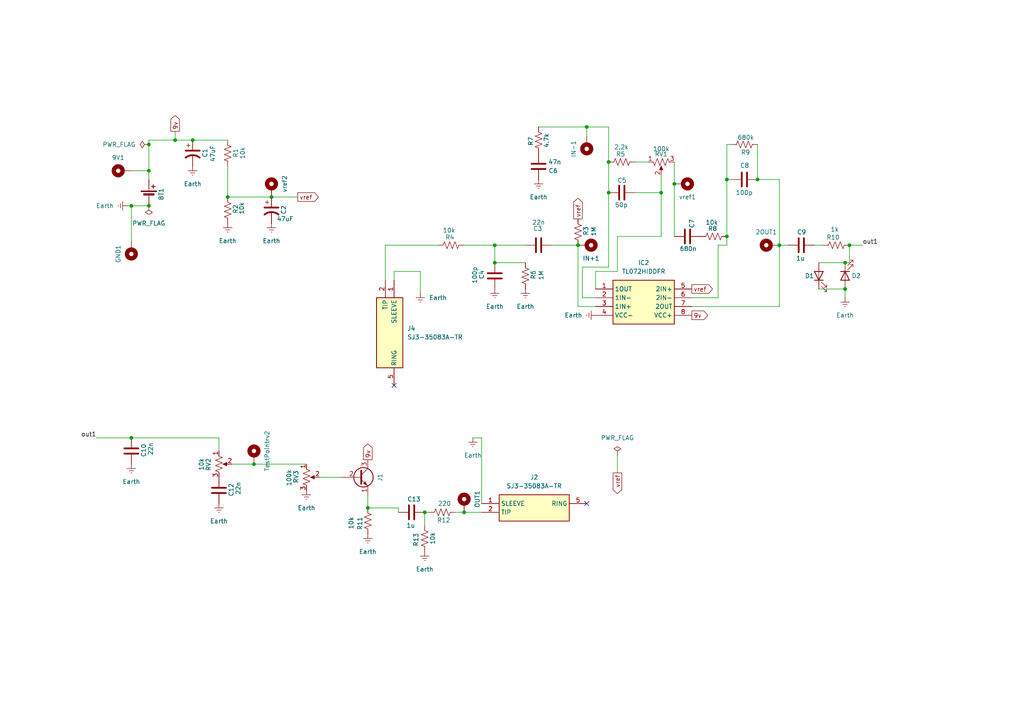
<source format=kicad_sch>
(kicad_sch (version 20231120) (generator "eeschema") (generator_version "8.0")
  (paper "A4")
  (lib_symbols
    (symbol "Device:Battery_Cell" (pin_numbers hide) (pin_names (offset 0) hide)
      (property "Reference" "BT" (at 2.54 2.54 0))
      (property "Value" "Battery_Cell" (at 2.54 0 0))
      (symbol "Battery_Cell_0_1"
        (rectangle (start -2.286 1.778) (end 2.286 1.524) (fill (type outline)))
        (rectangle (start -1.524 1.016) (end 1.524 0.508) (fill (type outline)))
        (polyline (pts (xy 0 0.762) (xy 0 0)))
        (polyline (pts (xy 0 1.778) (xy 0 2.54)))
        (polyline (pts (xy 0.762 3.048) (xy 1.778 3.048)) (stroke (width 0.254)))
        (polyline (pts (xy 1.27 3.556) (xy 1.27 2.54)) (stroke (width 0.254)))
      )
      (symbol "Battery_Cell_1_1"
        (pin passive line (at 0 5.08 270) (length 2.54) (name "+") (number "1"))
        (pin passive line (at 0 -2.54 90) (length 2.54) (name "-") (number "2"))
      )
    )
    (symbol "Device:C" (pin_numbers hide) (pin_names (offset 0.254))
      (property "Reference" "C" (at 0.635 2.54 0))
      (property "Value" "C" (at 0.635 -2.54 0))
      (symbol "C_0_1"
        (polyline (pts (xy -2.032 -0.762) (xy 2.032 -0.762)) (stroke (width 0.508)))
        (polyline (pts (xy -2.032 0.762) (xy 2.032 0.762)) (stroke (width 0.508)))
      )
      (symbol "C_1_1"
        (pin passive line (at 0 3.81 270) (length 2.794) (name "~") (number "1"))
        (pin passive line (at 0 -3.81 90) (length 2.794) (name "~") (number "2"))
      )
    )
    (symbol "Device:C_Polarized_US" (pin_numbers hide) (pin_names (offset 0.254) hide)
      (property "Reference" "C" (at 0.635 2.54 0))
      (property "Value" "C_Polarized_US" (at 0.635 -2.54 0))
      (symbol "C_Polarized_US_0_1"
        (polyline (pts (xy -2.032 0.762) (xy 2.032 0.762)) (stroke (width 0.508)))
        (polyline (pts (xy -1.778 2.286) (xy -0.762 2.286)))
        (polyline (pts (xy -1.27 1.778) (xy -1.27 2.794)))
        (arc (start 2.032 -1.27) (mid 0 -0.5572) (end -2.032 -1.27) (stroke (width 0.508)))
      )
      (symbol "C_Polarized_US_1_1"
        (pin passive line (at 0 3.81 270) (length 2.794) (name "~") (number "1"))
        (pin passive line (at 0 -3.81 90) (length 3.302) (name "~") (number "2"))
      )
    )
    (symbol "Device:LED" (pin_numbers hide) (pin_names (offset 1.016) hide)
      (property "Reference" "D" (at 0 2.54 0))
      (property "Value" "LED" (at 0 -2.54 0))
      (symbol "LED_0_1"
        (polyline (pts (xy -1.27 -1.27) (xy -1.27 1.27)) (stroke (width 0.254)))
        (polyline (pts (xy -1.27 0) (xy 1.27 0)))
        (polyline (pts (xy 1.27 -1.27) (xy 1.27 1.27) (xy -1.27 0) (xy 1.27 -1.27)) (stroke (width 0.254)))
        (polyline (pts (xy -3.048 -0.762) (xy -4.572 -2.286) (xy -3.81 -2.286) (xy -4.572 -2.286) (xy -4.572 -1.524)))
        (polyline (pts (xy -1.778 -0.762) (xy -3.302 -2.286) (xy -2.54 -2.286) (xy -3.302 -2.286) (xy -3.302 -1.524)))
      )
      (symbol "LED_1_1"
        (pin passive line (at -3.81 0 0) (length 2.54) (name "K") (number "1"))
        (pin passive line (at 3.81 0 180) (length 2.54) (name "A") (number "2"))
      )
    )
    (symbol "Device:R_Potentiometer_US" (pin_names (offset 1.016) hide)
      (property "Reference" "RV" (at -4.445 0 90))
      (property "Value" "R_Potentiometer_US" (at -2.54 0 90))
      (symbol "R_Potentiometer_US_0_1"
        (polyline (pts (xy 0 -2.286) (xy 0 -2.54)))
        (polyline (pts (xy 0 2.54) (xy 0 2.286)))
        (polyline (pts (xy 2.54 0) (xy 1.524 0)))
        (polyline (pts (xy 1.143 0) (xy 2.286 0.508) (xy 2.286 -0.508) (xy 1.143 0)) (fill (type outline)))
        (polyline (pts (xy 0 -0.762) (xy 1.016 -1.143) (xy 0 -1.524) (xy -1.016 -1.905) (xy 0 -2.286)))
        (polyline (pts (xy 0 0.762) (xy 1.016 0.381) (xy 0 0) (xy -1.016 -0.381) (xy 0 -0.762)))
        (polyline (pts (xy 0 2.286) (xy 1.016 1.905) (xy 0 1.524) (xy -1.016 1.143) (xy 0 0.762)))
      )
      (symbol "R_Potentiometer_US_1_1"
        (pin passive line (at 0 3.81 270) (length 1.27) (name "1") (number "1"))
        (pin passive line (at 3.81 0 180) (length 1.27) (name "2") (number "2"))
        (pin passive line (at 0 -3.81 90) (length 1.27) (name "3") (number "3"))
      )
    )
    (symbol "Device:R_US" (pin_numbers hide) (pin_names (offset 0))
      (property "Reference" "R" (at 2.54 0 90))
      (property "Value" "R_US" (at -2.54 0 90))
      (symbol "R_US_0_1"
        (polyline (pts (xy 0 -2.286) (xy 0 -2.54)))
        (polyline (pts (xy 0 2.286) (xy 0 2.54)))
        (polyline (pts (xy 0 -0.762) (xy 1.016 -1.143) (xy 0 -1.524) (xy -1.016 -1.905) (xy 0 -2.286)))
        (polyline (pts (xy 0 0.762) (xy 1.016 0.381) (xy 0 0) (xy -1.016 -0.381) (xy 0 -0.762)))
        (polyline (pts (xy 0 2.286) (xy 1.016 1.905) (xy 0 1.524) (xy -1.016 1.143) (xy 0 0.762)))
      )
      (symbol "R_US_1_1"
        (pin passive line (at 0 3.81 270) (length 1.27) (name "~") (number "1"))
        (pin passive line (at 0 -3.81 90) (length 1.27) (name "~") (number "2"))
      )
    )
    (symbol "Mechanical:MountingHole_Pad" (pin_numbers hide) (pin_names (offset 1.016) hide) (exclude_from_sim yes) (in_bom no)
      (property "Reference" "H" (at 0 6.35 0))
      (property "Value" "MountingHole_Pad" (at 0 4.445 0))
      (symbol "MountingHole_Pad_0_1"
        (circle (center 0 1.27) (radius 1.27) (stroke (width 1.27)))
      )
      (symbol "MountingHole_Pad_1_1"
        (pin input line (at 0 -2.54 90) (length 2.54) (name "1") (number "1"))
      )
    )
    (symbol "Transistor_BJT:BC107" (pin_names (offset 0) hide)
      (property "Reference" "Q" (at 5.08 1.905 0))
      (property "Value" "BC107" (at 5.08 0 0))
      (symbol "BC107_0_1"
        (polyline (pts (xy 0.635 0.635) (xy 2.54 2.54)))
        (polyline (pts (xy 0.635 -0.635) (xy 2.54 -2.54) (xy 2.54 -2.54)))
        (polyline (pts (xy 0.635 1.905) (xy 0.635 -1.905) (xy 0.635 -1.905)) (stroke (width 0.508)))
        (polyline (pts (xy 1.27 -1.778) (xy 1.778 -1.27) (xy 2.286 -2.286) (xy 1.27 -1.778) (xy 1.27 -1.778)) (fill (type outline)))
        (circle (center 1.27 0) (radius 2.8194) (stroke (width 0.254)))
      )
      (symbol "BC107_1_1"
        (pin passive line (at 2.54 -5.08 90) (length 2.54) (name "E") (number "1"))
        (pin input line (at -5.08 0 0) (length 5.715) (name "B") (number "2"))
        (pin passive line (at 2.54 5.08 270) (length 2.54) (name "C") (number "3"))
      )
    )
    (symbol "mouser_symbols:SJ3-35083A-TR"
      (property "Reference" "J" (at 26.67 7.62 0))
      (property "Value" "SJ3-35083A-TR" (at 26.67 5.08 0))
      (symbol "SJ3-35083A-TR_1_1"
        (rectangle (start 5.08 2.54) (end 25.4 -5.08) (stroke (width 0.254)) (fill (type background)))
        (pin passive line (at 0 0 0) (length 5.08) (name "SLEEVE") (number "1"))
        (pin passive line (at 0 -2.54 0) (length 5.08) (name "TIP") (number "2"))
        (pin passive line (at 30.48 0 180) (length 5.08) (name "RING") (number "5"))
      )
    )
    (symbol "newsymbols:TL072HIDDFR"
      (property "Reference" "IC" (at 24.13 7.62 0))
      (property "Value" "TL072HIDDFR" (at 24.13 5.08 0))
      (symbol "TL072HIDDFR_1_1"
        (rectangle (start 5.08 2.54) (end 22.86 -10.16) (stroke (width 0.254)) (fill (type background)))
        (pin passive line (at 0 0 0) (length 5.08) (name "1OUT") (number "1"))
        (pin passive line (at 0 -2.54 0) (length 5.08) (name "1IN-") (number "2"))
        (pin passive line (at 0 -5.08 0) (length 5.08) (name "1IN+") (number "3"))
        (pin passive line (at 0 -7.62 0) (length 5.08) (name "VCC-") (number "4"))
        (pin passive line (at 27.94 0 180) (length 5.08) (name "2IN+") (number "5"))
        (pin passive line (at 27.94 -2.54 180) (length 5.08) (name "2IN-") (number "6"))
        (pin passive line (at 27.94 -5.08 180) (length 5.08) (name "2OUT") (number "7"))
        (pin passive line (at 27.94 -7.62 180) (length 5.08) (name "VCC+") (number "8"))
      )
    )
    (symbol "power:Earth" (power) (pin_numbers hide) (pin_names (offset 0) hide)
      (property "Value" "Earth" (at 0 -3.81 0))
      (symbol "Earth_0_1"
        (polyline (pts (xy -0.635 -1.905) (xy 0.635 -1.905)))
        (polyline (pts (xy -0.127 -2.54) (xy 0.127 -2.54)))
        (polyline (pts (xy 0 -1.27) (xy 0 0)))
        (polyline (pts (xy 1.27 -1.27) (xy -1.27 -1.27)))
      )
      (symbol "Earth_1_1"
        (pin power_in line (at 0 0 270) (length 0) (name "~") (number "1"))
      )
    )
    (symbol "power:PWR_FLAG" (power) (pin_numbers hide) (pin_names (offset 0) hide)
      (property "Value" "PWR_FLAG" (at 0 3.81 0))
      (symbol "PWR_FLAG_0_0"
        (pin power_out line (at 0 0 90) (length 0) (name "~") (number "1"))
      )
      (symbol "PWR_FLAG_0_1"
        (polyline (pts (xy 0 0) (xy 0 1.27) (xy -1.016 1.905) (xy 0 2.54) (xy 1.016 1.905) (xy 0 1.27)))
      )
    )
  )
  (junction (at 106.68 147.32))
  (junction (at 210.82 68.58))
  (junction (at 55.88 40.64))
  (junction (at 246.38 71.12))
  (junction (at 219.71 52.07))
  (junction (at 38.1 59.69))
  (junction (at 78.74 57.15))
  (junction (at 245.11 83.82))
  (junction (at 50.8 40.64))
  (junction (at 176.53 46.99))
  (junction (at 43.18 41.91))
  (junction (at 38.1 127))
  (junction (at 43.18 59.69))
  (junction (at 143.51 71.12))
  (junction (at 134.62 148.59))
  (junction (at 66.04 57.15))
  (junction (at 195.58 53.34))
  (junction (at 226.06 71.12))
  (junction (at 123.19 148.59))
  (junction (at 176.53 55.88))
  (junction (at 43.18 49.53))
  (junction (at 73.66 134.62))
  (junction (at 143.51 76.2))
  (junction (at 191.77 55.88))
  (junction (at 167.64 71.12))
  (junction (at 245.11 76.2))
  (junction (at 210.82 52.07))
  (junction (at 170.18 36.83))
  (no_connect (at 170.18 146.05))
  (no_connect (at 114.3 111.76))
  (wire (pts (xy 156.21 36.83) (xy 170.18 36.83)))
  (wire (pts (xy 27.94 127) (xy 38.1 127)))
  (wire (pts (xy 123.19 148.59) (xy 124.46 148.59)))
  (wire (pts (xy 143.51 76.2) (xy 152.4 76.2)))
  (wire (pts (xy 184.15 55.88) (xy 191.77 55.88)))
  (wire (pts (xy 176.53 46.99) (xy 176.53 55.88)))
  (wire (pts (xy 191.77 55.88) (xy 191.77 68.58)))
  (wire (pts (xy 88.9 134.62) (xy 73.66 134.62)))
  (wire (pts (xy 245.11 86.36) (xy 245.11 83.82)))
  (wire (pts (xy 123.19 148.59) (xy 123.19 152.4)))
  (wire (pts (xy 172.72 83.82) (xy 172.72 78.74)))
  (wire (pts (xy 121.92 78.74) (xy 121.92 85.09)))
  (wire (pts (xy 111.76 71.12) (xy 127 71.12)))
  (wire (pts (xy 106.68 143.51) (xy 106.68 147.32)))
  (wire (pts (xy 43.18 41.91) (xy 43.18 49.53)))
  (wire (pts (xy 114.3 78.74) (xy 121.92 78.74)))
  (wire (pts (xy 246.38 71.12) (xy 250.19 71.12)))
  (wire (pts (xy 78.74 57.15) (xy 86.36 57.15)))
  (wire (pts (xy 132.08 148.59) (xy 134.62 148.59)))
  (wire (pts (xy 36.83 59.69) (xy 38.1 59.69)))
  (wire (pts (xy 160.02 71.12) (xy 167.64 71.12)))
  (wire (pts (xy 210.82 41.91) (xy 212.09 41.91)))
  (wire (pts (xy 134.62 71.12) (xy 143.51 71.12)))
  (wire (pts (xy 176.53 55.88) (xy 176.53 77.47)))
  (wire (pts (xy 50.8 40.64) (xy 55.88 40.64)))
  (wire (pts (xy 168.91 86.36) (xy 172.72 86.36)))
  (wire (pts (xy 63.5 127) (xy 63.5 130.81)))
  (wire (pts (xy 226.06 71.12) (xy 226.06 88.9)))
  (wire (pts (xy 137.16 127) (xy 139.7 127)))
  (wire (pts (xy 55.88 40.64) (xy 66.04 40.64)))
  (wire (pts (xy 50.8 38.1) (xy 50.8 40.64)))
  (wire (pts (xy 66.04 57.15) (xy 78.74 57.15)))
  (wire (pts (xy 167.64 71.12) (xy 167.64 88.9)))
  (wire (pts (xy 43.18 40.64) (xy 50.8 40.64)))
  (wire (pts (xy 111.76 71.12) (xy 111.76 81.28)))
  (wire (pts (xy 226.06 88.9) (xy 200.66 88.9)))
  (wire (pts (xy 210.82 52.07) (xy 212.09 52.07)))
  (wire (pts (xy 66.04 48.26) (xy 66.04 57.15)))
  (wire (pts (xy 38.1 49.53) (xy 43.18 49.53)))
  (wire (pts (xy 208.28 71.12) (xy 210.82 71.12)))
  (wire (pts (xy 43.18 49.53) (xy 43.18 52.07)))
  (wire (pts (xy 38.1 59.69) (xy 38.1 69.85)))
  (wire (pts (xy 226.06 71.12) (xy 226.06 52.07)))
  (wire (pts (xy 179.07 132.08) (xy 179.07 137.16)))
  (wire (pts (xy 210.82 52.07) (xy 210.82 41.91)))
  (wire (pts (xy 226.06 71.12) (xy 228.6 71.12)))
  (wire (pts (xy 115.57 147.32) (xy 115.57 148.59)))
  (wire (pts (xy 167.64 88.9) (xy 172.72 88.9)))
  (wire (pts (xy 208.28 86.36) (xy 208.28 71.12)))
  (wire (pts (xy 143.51 71.12) (xy 152.4 71.12)))
  (wire (pts (xy 176.53 36.83) (xy 176.53 46.99)))
  (wire (pts (xy 210.82 68.58) (xy 210.82 52.07)))
  (wire (pts (xy 195.58 46.99) (xy 195.58 53.34)))
  (wire (pts (xy 237.49 83.82) (xy 245.11 83.82)))
  (wire (pts (xy 210.82 71.12) (xy 210.82 68.58)))
  (wire (pts (xy 191.77 55.88) (xy 191.77 50.8)))
  (wire (pts (xy 179.07 78.74) (xy 179.07 68.58)))
  (wire (pts (xy 92.71 138.43) (xy 99.06 138.43)))
  (wire (pts (xy 200.66 86.36) (xy 208.28 86.36)))
  (wire (pts (xy 170.18 39.37) (xy 170.18 36.83)))
  (wire (pts (xy 246.38 71.12) (xy 246.38 76.2)))
  (wire (pts (xy 236.22 71.12) (xy 238.76 71.12)))
  (wire (pts (xy 38.1 127) (xy 63.5 127)))
  (wire (pts (xy 226.06 52.07) (xy 219.71 52.07)))
  (wire (pts (xy 179.07 68.58) (xy 191.77 68.58)))
  (wire (pts (xy 73.66 134.62) (xy 67.31 134.62)))
  (wire (pts (xy 38.1 59.69) (xy 43.18 59.69)))
  (wire (pts (xy 114.3 78.74) (xy 114.3 81.28)))
  (wire (pts (xy 219.71 41.91) (xy 219.71 52.07)))
  (wire (pts (xy 106.68 147.32) (xy 115.57 147.32)))
  (wire (pts (xy 43.18 41.91) (xy 43.18 40.64)))
  (wire (pts (xy 170.18 36.83) (xy 176.53 36.83)))
  (wire (pts (xy 245.11 76.2) (xy 246.38 76.2)))
  (wire (pts (xy 143.51 71.12) (xy 143.51 76.2)))
  (wire (pts (xy 172.72 78.74) (xy 179.07 78.74)))
  (wire (pts (xy 168.91 77.47) (xy 168.91 86.36)))
  (wire (pts (xy 176.53 77.47) (xy 168.91 77.47)))
  (wire (pts (xy 195.58 53.34) (xy 195.58 68.58)))
  (wire (pts (xy 139.7 127) (xy 139.7 146.05)))
  (wire (pts (xy 237.49 76.2) (xy 245.11 76.2)))
  (wire (pts (xy 134.62 148.59) (xy 139.7 148.59)))
  (wire (pts (xy 187.96 46.99) (xy 184.15 46.99)))
  (label "out1" (at 27.94 127 180))
  (label "out1" (at 250.19 71.12 0))
  (global_label "vref" (shape output) (at 200.66 83.82 0) (property "Intersheetrefs" "${INTERSHEET_REFS}" (effects (hide yes))))
  (global_label "vref" (shape output) (at 179.07 137.16 270) (property "Intersheetrefs" "${INTERSHEET_REFS}" (effects (hide yes))))
  (global_label "9v" (shape output) (at 200.66 91.44 0) (property "Intersheetrefs" "${INTERSHEET_REFS}" (effects (hide yes))))
  (global_label "vref" (shape output) (at 86.36 57.15 0) (property "Intersheetrefs" "${INTERSHEET_REFS}" (effects (hide yes))))
  (global_label "vref" (shape output) (at 167.64 63.5 90) (property "Intersheetrefs" "${INTERSHEET_REFS}" (effects (hide yes))))
  (global_label "9v" (shape output) (at 50.8 38.1 90) (property "Intersheetrefs" "${INTERSHEET_REFS}" (effects (hide yes))))
  (global_label "9v" (shape output) (at 106.68 133.35 90) (property "Intersheetrefs" "${INTERSHEET_REFS}" (effects (hide yes))))
  (symbol (lib_id "mouser_symbols:SJ3-35083A-TR") (at 114.3 81.28 270) (unit 1)
    (property "Reference" "J4" (at 118.11 95.2499 90) (effects (justify left)))
    (property "Value" "SJ3-35083A-TR" (at 118.11 97.7899 90) (effects (justify left)))
    (property "Footprint" "Library:SJ335083ATR-SMALL" (effects (hide yes)))
    (property "Datasheet" "https://www.sameskydevices.com/product/resource/supplyframepdf/sj3-3508x.pdf" (effects (hide yes)))
    (property "Description" "3.5 mm Stereo Jack, Through Hole, 3 Conductors, 0 Internal Switches,  Tape & Reel Packaging" (effects (hide yes)))
    (property "Height" "5.3" (effects (hide yes)))
    (property "Mouser Part Number" "179-SJ3-35083A-TR" (effects (hide yes)))
    (property "Mouser Price/Stock" "https://www.mouser.co.uk/ProductDetail/Same-Sky/SJ3-35083A-TR?qs=IKkN%2F947nfAXbylC140wLg%3D%3D" (effects (hide yes)))
    (property "Manufacturer_Name" "Same Sky" (effects (hide yes)))
    (property "Manufacturer_Part_Number" "SJ3-35083A-TR" (effects (hide yes)))
  )
  (symbol (lib_id "Mechanical:MountingHole_Pad") (at 223.52 71.12 90) (unit 1) (exclude_from_sim yes) (in_bom no)
    (property "Reference" "2OUT1" (at 222.25 67.31 90))
    (property "Value" "MountingHole_Pad" (effects (hide yes)))
    (property "Footprint" "TestPoint:TestPoint_Pad_1.0x1.0mm" (effects (hide yes)))
    (property "Description" "Mounting Hole with connection" (effects (hide yes)))
  )
  (symbol (lib_id "Mechanical:MountingHole_Pad") (at 170.18 41.91 180) (unit 1) (exclude_from_sim yes) (in_bom no)
    (property "Reference" "IN-1" (at 166.37 43.18 90))
    (property "Value" "MountingHole_Pad" (effects (hide yes)))
    (property "Footprint" "TestPoint:TestPoint_Pad_1.0x1.0mm" (effects (hide yes)))
    (property "Description" "Mounting Hole with connection" (effects (hide yes)))
  )
  (symbol (lib_id "Device:LED") (at 237.49 80.01 90) (unit 1)
    (property "Reference" "D1" (at 233.426 80.01 90) (effects (justify right)))
    (property "Value" "LED" (effects (hide yes)))
    (property "Footprint" "Library:C4SMARGYCS4V1BB1" (effects (hide yes)))
    (property "Description" "941-C4SMARGYCS4V1BB1" (effects (hide yes)))
  )
  (symbol (lib_id "power:Earth") (at 55.88 48.26 0) (unit 1)
    (property "Reference" "#PWR02" (effects (hide yes)))
    (property "Value" "Earth" (at 55.88 53.34 0))
    (property "Description" "Power symbol creates a global label with name \"Earth\"" (effects (hide yes)))
  )
  (symbol (lib_id "Device:R_US") (at 128.27 148.59 270) (unit 1)
    (property "Reference" "R12" (at 126.746 150.876 90) (effects (justify left)))
    (property "Value" "220" (at 127 146.05 90) (effects (justify left)))
    (property "Footprint" "Resistor_SMD:R_0805_2012Metric_Pad1.20x1.40mm_HandSolder" (effects (hide yes)))
    (property "Description" "Resistor, US symbol" (effects (hide yes)))
  )
  (symbol (lib_id "Device:R_US") (at 156.21 40.64 180) (unit 1)
    (property "Reference" "R7" (at 153.924 39.624 90) (effects (justify left)))
    (property "Value" "4.7k" (at 158.496 38.608 90) (effects (justify left)))
    (property "Footprint" "Resistor_SMD:R_0805_2012Metric_Pad1.20x1.40mm_HandSolder" (effects (hide yes)))
    (property "Description" "Resistor, US symbol" (effects (hide yes)))
  )
  (symbol (lib_id "Device:R_US") (at 123.19 156.21 0) (unit 1)
    (property "Reference" "R13" (at 120.65 158.496 90) (effects (justify left)))
    (property "Value" "10k" (at 125.476 157.988 90) (effects (justify left)))
    (property "Footprint" "Resistor_SMD:R_0805_2012Metric_Pad1.20x1.40mm_HandSolder" (effects (hide yes)))
    (property "Description" "Resistor, US symbol" (effects (hide yes)))
  )
  (symbol (lib_id "power:PWR_FLAG") (at 43.18 41.91 90) (unit 1)
    (property "Reference" "#FLG04" (effects (hide yes)))
    (property "Value" "PWR_FLAG" (at 39.37 41.9099 90) (effects (justify left)))
    (property "Description" "Special symbol for telling ERC where power comes from" (effects (hide yes)))
  )
  (symbol (lib_id "Device:R_US") (at 106.68 151.13 180) (unit 1)
    (property "Reference" "R11" (at 104.394 149.86 90) (effects (justify left)))
    (property "Value" "10k" (at 101.854 149.86 90) (effects (justify left)))
    (property "Footprint" "Resistor_SMD:R_0805_2012Metric_Pad1.20x1.40mm_HandSolder" (effects (hide yes)))
    (property "Description" "Resistor, US symbol" (effects (hide yes)))
  )
  (symbol (lib_id "Device:R_US") (at 130.81 71.12 90) (unit 1)
    (property "Reference" "R4" (at 131.826 68.834 90) (effects (justify left)))
    (property "Value" "10k" (at 132.08 66.802 90) (effects (justify left)))
    (property "Footprint" "Resistor_SMD:R_0805_2012Metric_Pad1.20x1.40mm_HandSolder" (effects (hide yes)))
    (property "Description" "Resistor, US symbol" (effects (hide yes)))
  )
  (symbol (lib_id "Device:R_US") (at 167.64 67.31 0) (unit 1)
    (property "Reference" "R3" (at 169.926 68.326 90) (effects (justify left)))
    (property "Value" "1M" (at 172.212 68.58 90) (effects (justify left)))
    (property "Footprint" "Resistor_SMD:R_0805_2012Metric_Pad1.20x1.40mm_HandSolder" (effects (hide yes)))
    (property "Description" "Resistor, US symbol" (effects (hide yes)))
  )
  (symbol (lib_id "Mechanical:MountingHole_Pad") (at 134.62 146.05 0) (unit 1) (exclude_from_sim yes) (in_bom no)
    (property "Reference" "OUT1" (at 138.43 144.78 90))
    (property "Value" "MountingHole_Pad" (effects (hide yes)))
    (property "Footprint" "TestPoint:TestPoint_Pad_1.0x1.0mm" (effects (hide yes)))
    (property "Description" "Mounting Hole with connection" (effects (hide yes)))
  )
  (symbol (lib_id "Mechanical:MountingHole_Pad") (at 73.66 132.08 0) (unit 1) (exclude_from_sim yes) (in_bom no)
    (property "Reference" "TestPointrv2" (at 77.47 130.81 90))
    (property "Value" "MountingHole_Pad" (effects (hide yes)))
    (property "Footprint" "TestPoint:TestPoint_Pad_1.0x1.0mm" (effects (hide yes)))
    (property "Description" "Mounting Hole with connection" (effects (hide yes)))
  )
  (symbol (lib_id "power:Earth") (at 152.4 83.82 0) (unit 1)
    (property "Reference" "#PWR013" (effects (hide yes)))
    (property "Value" "Earth" (at 152.4 88.9 0))
    (property "Description" "Power symbol creates a global label with name \"Earth\"" (effects (hide yes)))
  )
  (symbol (lib_id "power:Earth") (at 78.74 64.77 0) (unit 1)
    (property "Reference" "#PWR04" (effects (hide yes)))
    (property "Value" "Earth" (at 78.74 69.85 0))
    (property "Description" "Power symbol creates a global label with name \"Earth\"" (effects (hide yes)))
  )
  (symbol (lib_id "Device:R_Potentiometer_US") (at 191.77 46.99 90) (mirror x) (unit 1)
    (property "Reference" "RV1" (at 191.77 44.704 90))
    (property "Value" "100k" (at 191.77 43.18 90))
    (property "Footprint" "Library:51CADE24E20L-SMALL" (effects (hide yes)))
    (property "Description" "652-51CAD-E24-E20L" (effects (hide yes)))
  )
  (symbol (lib_id "Device:R_US") (at 152.4 80.01 0) (unit 1)
    (property "Reference" "R6" (at 154.686 81.026 90) (effects (justify left)))
    (property "Value" "1M" (at 156.972 81.28 90) (effects (justify left)))
    (property "Footprint" "Resistor_SMD:R_0805_2012Metric_Pad1.20x1.40mm_HandSolder" (effects (hide yes)))
    (property "Description" "Resistor, US symbol" (effects (hide yes)))
  )
  (symbol (lib_id "Device:C") (at 180.34 55.88 90) (unit 1)
    (property "Reference" "C5" (at 179.07 52.324 90) (effects (justify right)))
    (property "Value" "50p" (at 178.308 59.436 90) (effects (justify right)))
    (property "Footprint" "Capacitor_SMD:C_0201_0603Metric_Pad0.64x0.40mm_HandSolder" (effects (hide yes)))
    (property "Description" "581-06035A500JAT2A" (effects (hide yes)))
  )
  (symbol (lib_id "Device:R_US") (at 180.34 46.99 90) (unit 1)
    (property "Reference" "R5" (at 181.356 44.704 90) (effects (justify left)))
    (property "Value" "2.2k" (at 182.372 42.672 90) (effects (justify left)))
    (property "Footprint" "Resistor_SMD:R_0805_2012Metric_Pad1.20x1.40mm_HandSolder" (effects (hide yes)))
    (property "Description" "Resistor, US symbol" (effects (hide yes)))
  )
  (symbol (lib_id "power:Earth") (at 36.83 59.69 270) (unit 1)
    (property "Reference" "#PWR01" (effects (hide yes)))
    (property "Value" "Earth" (at 33.02 59.6899 90) (effects (justify right)))
    (property "Description" "Power symbol creates a global label with name \"Earth\"" (effects (hide yes)))
  )
  (symbol (lib_id "power:PWR_FLAG") (at 43.18 59.69 180) (unit 1)
    (property "Reference" "#FLG03" (effects (hide yes)))
    (property "Value" "PWR_FLAG" (at 43.18 64.77 0))
    (property "Description" "Special symbol for telling ERC where power comes from" (effects (hide yes)))
  )
  (symbol (lib_id "Device:C_Polarized_US") (at 55.88 44.45 0) (unit 1)
    (property "Reference" "C1" (at 59.436 45.72 90) (effects (justify left)))
    (property "Value" "47uF" (at 61.722 46.99 90) (effects (justify left)))
    (property "Footprint" "Capacitor_SMD:CP_Elec_6.3x5.8" (effects (hide yes)))
    (property "Datasheet" "https://www.cde.com/resources/catalogs/AFK.pdf" (effects (hide yes)))
    (property "Description" "5985-AFK25V47-F" (effects (hide yes)))
    (property "??" " 647-UUD1A470MCL " (effects (hide yes)))
  )
  (symbol (lib_id "power:Earth") (at 106.68 154.94 0) (unit 1)
    (property "Reference" "#PWR08" (effects (hide yes)))
    (property "Value" "Earth" (at 106.68 160.02 0))
    (property "Description" "Power symbol creates a global label with name \"Earth\"" (effects (hide yes)))
  )
  (symbol (lib_id "newsymbols:TL072HIDDFR") (at 172.72 83.82 0) (unit 1)
    (property "Reference" "IC2" (at 186.69 76.2 0))
    (property "Value" "TL072HIDDFR" (at 186.69 78.74 0))
    (property "Footprint" "Library:SOT65P280X110-8N" (effects (hide yes)))
    (property "Datasheet" "https://www.ti.com/lit/gpn/TL072H" (effects (hide yes)))
    (property "Description" "TL072HIDDFR" (effects (hide yes)))
    (property "Height" "1.1" (effects (hide yes)))
    (property "Mouser Part Number" "595-TL072HIDDFR" (effects (hide yes)))
    (property "Mouser Price/Stock" "https://www.mouser.co.uk/ProductDetail/Texas-Instruments/TL072HIDDFR?qs=QNEnbhJQKvb%2F16D9Zb1XRw%3D%3D" (effects (hide yes)))
    (property "Manufacturer_Name" "Texas Instruments" (effects (hide yes)))
    (property "Manufacturer_Part_Number" "TL072HIDDFR" (effects (hide yes)))
  )
  (symbol (lib_id "Device:C") (at 215.9 52.07 90) (unit 1)
    (property "Reference" "C8" (at 214.63 48.006 90) (effects (justify right)))
    (property "Value" "100p" (at 213.36 55.88 90) (effects (justify right)))
    (property "Footprint" "Capacitor_SMD:C_0201_0603Metric_Pad0.64x0.40mm_HandSolder" (effects (hide yes)))
    (property "Description" "77-VJ0603A101FXAAC" (effects (hide yes)))
  )
  (symbol (lib_id "Device:C_Polarized_US") (at 78.74 60.96 0) (unit 1)
    (property "Reference" "C2" (at 82.296 62.23 90) (effects (justify left)))
    (property "Value" "47uF" (at 80.264 63.5 0) (effects (justify left)))
    (property "Footprint" "Capacitor_SMD:CP_Elec_6.3x5.8" (effects (hide yes)))
    (property "Description" "5985-AFK25V47-F" (effects (hide yes)))
    (property "??" " 647-UUD1A470MCL " (effects (hide yes)))
  )
  (symbol (lib_id "power:Earth") (at 123.19 160.02 0) (unit 1)
    (property "Reference" "#PWR09" (effects (hide yes)))
    (property "Value" "Earth" (at 123.19 165.1 0))
    (property "Description" "Power symbol creates a global label with name \"Earth\"" (effects (hide yes)))
  )
  (symbol (lib_id "Device:LED") (at 245.11 80.01 90) (mirror x) (unit 1)
    (property "Reference" "D2" (at 249.682 80.01 90) (effects (justify left)))
    (property "Value" "LED" (effects (hide yes)))
    (property "Footprint" "Library:C4SMARGYCS4V1BB1" (effects (hide yes)))
    (property "Description" "941-C4SMBBGYCT24Q4S1" (effects (hide yes)))
  )
  (symbol (lib_id "Device:R_Potentiometer_US") (at 63.5 134.62 0) (unit 1)
    (property "Reference" "RV2" (at 60.452 132.842 90) (effects (justify right)))
    (property "Value" "10k" (at 58.42 132.842 90) (effects (justify right)))
    (property "Footprint" "Library:51CADE24E20L-SMALL" (effects (hide yes)))
    (property "Description" "652-53UAD-T22-B15L" (effects (hide yes)))
  )
  (symbol (lib_id "Device:C") (at 63.5 142.24 0) (unit 1)
    (property "Reference" "C12" (at 67.056 144.018 90) (effects (justify left)))
    (property "Value" "22n" (at 69.088 143.51 90) (effects (justify left)))
    (property "Footprint" "Capacitor_SMD:C_0201_0603Metric_Pad0.64x0.40mm_HandSolder" (effects (hide yes)))
    (property "Description" "77-VJ0603Y223KXXAC31" (effects (hide yes)))
  )
  (symbol (lib_id "Device:R_US") (at 66.04 60.96 0) (unit 1)
    (property "Reference" "R2" (at 68.326 61.976 90) (effects (justify left)))
    (property "Value" "10k" (at 70.104 62.23 90) (effects (justify left)))
    (property "Footprint" "Resistor_SMD:R_0805_2012Metric_Pad1.20x1.40mm_HandSolder" (effects (hide yes)))
    (property "Description" "Resistor, US symbol" (effects (hide yes)))
  )
  (symbol (lib_id "Device:C") (at 143.51 80.01 180) (unit 1)
    (property "Reference" "C4" (at 139.7 81.026 90) (effects (justify right)))
    (property "Value" "100p" (at 137.668 82.296 90) (effects (justify right)))
    (property "Footprint" "Capacitor_SMD:C_0201_0603Metric_Pad0.64x0.40mm_HandSolder" (effects (hide yes)))
    (property "Description" "77-VJ0603A101FXAAC" (effects (hide yes)))
  )
  (symbol (lib_id "power:Earth") (at 88.9 142.24 0) (unit 1)
    (property "Reference" "#PWR07" (effects (hide yes)))
    (property "Value" "Earth" (at 88.9 147.32 0))
    (property "Description" "Power symbol creates a global label with name \"Earth\"" (effects (hide yes)))
  )
  (symbol (lib_id "power:Earth") (at 137.16 127 0) (unit 1)
    (property "Reference" "#PWR010" (effects (hide yes)))
    (property "Value" "Earth" (at 137.16 132.08 0))
    (property "Description" "Power symbol creates a global label with name \"Earth\"" (effects (hide yes)))
  )
  (symbol (lib_id "Device:R_Potentiometer_US") (at 88.9 138.43 0) (unit 1)
    (property "Reference" "RV3" (at 85.852 136.398 90) (effects (justify right)))
    (property "Value" "100k" (at 83.82 136.144 90) (effects (justify right)))
    (property "Footprint" "Library:51CADE24E20L-SMALL" (effects (hide yes)))
    (property "Description" "652-51CAD-E24-E20L" (effects (hide yes)))
  )
  (symbol (lib_id "Mechanical:MountingHole_Pad") (at 35.56 49.53 90) (unit 1) (exclude_from_sim yes) (in_bom no)
    (property "Reference" "9V1" (at 34.29 45.72 90))
    (property "Value" "MountingHole_Pad" (effects (hide yes)))
    (property "Footprint" "TestPoint:TestPoint_Pad_1.0x1.0mm" (effects (hide yes)))
    (property "Description" "Mounting Hole with connection" (effects (hide yes)))
  )
  (symbol (lib_id "Device:R_US") (at 215.9 41.91 270) (unit 1)
    (property "Reference" "R9" (at 214.884 44.196 90) (effects (justify left)))
    (property "Value" "680k" (at 213.868 39.878 90) (effects (justify left)))
    (property "Footprint" "Resistor_SMD:R_0805_2012Metric_Pad1.20x1.40mm_HandSolder" (effects (hide yes)))
    (property "Description" "Resistor, US symbol" (effects (hide yes)))
  )
  (symbol (lib_id "power:PWR_FLAG") (at 179.07 132.08 0) (unit 1)
    (property "Reference" "#FLG01" (effects (hide yes)))
    (property "Value" "PWR_FLAG" (at 179.07 127 0))
    (property "Description" "Special symbol for telling ERC where power comes from" (effects (hide yes)))
  )
  (symbol (lib_id "mouser_symbols:SJ3-35083A-TR") (at 139.7 146.05 0) (unit 1)
    (property "Reference" "J2" (at 154.94 138.43 0))
    (property "Value" "SJ3-35083A-TR" (at 154.94 140.97 0))
    (property "Footprint" "Library:SJ335083ATR-SMALL" (effects (hide yes)))
    (property "Datasheet" "https://www.sameskydevices.com/product/resource/supplyframepdf/sj3-3508x.pdf" (effects (hide yes)))
    (property "Description" "3.5 mm Stereo Jack, Through Hole, 3 Conductors, 0 Internal Switches,  Tape & Reel Packaging" (effects (hide yes)))
    (property "Height" "5.3" (effects (hide yes)))
    (property "Mouser Part Number" "179-SJ3-35083A-TR" (effects (hide yes)))
    (property "Mouser Price/Stock" "https://www.mouser.co.uk/ProductDetail/Same-Sky/SJ3-35083A-TR?qs=IKkN%2F947nfAXbylC140wLg%3D%3D" (effects (hide yes)))
    (property "Manufacturer_Name" "Same Sky" (effects (hide yes)))
    (property "Manufacturer_Part_Number" "SJ3-35083A-TR" (effects (hide yes)))
  )
  (symbol (lib_id "Device:C") (at 38.1 130.81 0) (unit 1)
    (property "Reference" "C10" (at 41.656 132.588 90) (effects (justify left)))
    (property "Value" "22n" (at 43.688 132.08 90) (effects (justify left)))
    (property "Footprint" "Capacitor_SMD:C_0201_0603Metric_Pad0.64x0.40mm_HandSolder" (effects (hide yes)))
    (property "Description" "77-VJ0603Y223KXXAC31" (effects (hide yes)))
  )
  (symbol (lib_id "Mechanical:MountingHole_Pad") (at 170.18 71.12 270) (unit 1) (exclude_from_sim yes) (in_bom no)
    (property "Reference" "IN+1" (at 171.45 74.93 90))
    (property "Value" "MountingHole_Pad" (effects (hide yes)))
    (property "Footprint" "TestPoint:TestPoint_Pad_1.0x1.0mm" (effects (hide yes)))
    (property "Description" "Mounting Hole with connection" (effects (hide yes)))
  )
  (symbol (lib_id "Device:C") (at 156.21 71.12 90) (unit 1)
    (property "Reference" "C3" (at 155.956 66.294 90))
    (property "Value" "22n" (at 156.21 64.516 90))
    (property "Footprint" "Capacitor_SMD:C_0201_0603Metric_Pad0.64x0.40mm_HandSolder" (effects (hide yes)))
    (property "Description" "80-C0603S223K5R" (effects (hide yes)))
  )
  (symbol (lib_id "Device:R_US") (at 242.57 71.12 90) (unit 1)
    (property "Reference" "R10" (at 243.586 68.834 90) (effects (justify left)))
    (property "Value" "1k" (at 243.332 66.548 90) (effects (justify left)))
    (property "Footprint" "Resistor_SMD:R_0805_2012Metric_Pad1.20x1.40mm_HandSolder" (effects (hide yes)))
    (property "Description" "Resistor, US symbol" (effects (hide yes)))
  )
  (symbol (lib_id "power:Earth") (at 156.21 52.07 0) (unit 1)
    (property "Reference" "#PWR016" (effects (hide yes)))
    (property "Value" "Earth" (at 156.21 57.15 0))
    (property "Description" "Power symbol creates a global label with name \"Earth\"" (effects (hide yes)))
  )
  (symbol (lib_id "Device:C") (at 232.41 71.12 90) (unit 1)
    (property "Reference" "C9" (at 231.14 67.31 90) (effects (justify right)))
    (property "Value" "1u" (at 230.886 74.93 90) (effects (justify right)))
    (property "Footprint" "Capacitor_SMD:C_01005_0402Metric_Pad0.57x0.30mm_HandSolder" (effects (hide yes)))
    (property "Description" "963-MAASL105CC7105MF" (effects (hide yes)))
  )
  (symbol (lib_id "Transistor_BJT:BC107") (at 104.14 138.43 0) (unit 1)
    (property "Reference" "J1" (at 110.236 139.7 90) (effects (justify left)))
    (property "Value" "J201" (effects (hide yes)))
    (property "Footprint" "Package_TO_SOT_THT:TO-18-3" (effects (hide yes)))
    (property "Datasheet" "https://www.mouser.de/datasheet/2/676/jfet_j201_j202_interfet-2887411.pdf" (effects (hide yes)))
    (property "Description" "JFETs JFET N-Channel -40V Low Ciss" (effects (hide yes)))
    (property "Bauteilnummer" "106-J201 " (effects (hide yes)))
  )
  (symbol (lib_id "Device:Battery_Cell") (at 43.18 57.15 0) (unit 1)
    (property "Reference" "BT1" (at 46.736 58.166 90) (effects (justify left)))
    (property "Value" "9.6V" (effects (hide yes)))
    (property "Footprint" "TerminalBlock:TerminalBlock_Altech_AK300-2_P5.00mm" (effects (hide yes)))
    (property "Description" "9V" (effects (hide yes)))
    (property "Sim.Device" "Battery" (effects (hide yes)))
    (property "Sim.Params" "9.6V" (effects (hide yes)))
  )
  (symbol (lib_id "Device:C") (at 156.21 48.26 0) (unit 1)
    (property "Reference" "C6" (at 161.798 49.53 0) (effects (justify right)))
    (property "Value" "47n" (at 162.814 46.99 0) (effects (justify right)))
    (property "Footprint" "Capacitor_SMD:C_0201_0603Metric_Pad0.64x0.40mm_HandSolder" (effects (hide yes)))
    (property "Description" "581-KAM15AR71H473KM" (effects (hide yes)))
  )
  (symbol (lib_id "Mechanical:MountingHole_Pad") (at 198.12 53.34 270) (unit 1) (exclude_from_sim yes) (in_bom no)
    (property "Reference" "vref1" (at 199.39 57.15 90))
    (property "Value" "MountingHole_Pad" (effects (hide yes)))
    (property "Footprint" "TestPoint:TestPoint_Pad_1.0x1.0mm" (effects (hide yes)))
    (property "Description" "Mounting Hole with connection" (effects (hide yes)))
  )
  (symbol (lib_id "power:Earth") (at 38.1 134.62 0) (unit 1)
    (property "Reference" "#PWR05" (effects (hide yes)))
    (property "Value" "Earth" (at 38.1 139.7 0))
    (property "Description" "Power symbol creates a global label with name \"Earth\"" (effects (hide yes)))
  )
  (symbol (lib_id "Device:C") (at 199.39 68.58 90) (unit 1)
    (property "Reference" "C7" (at 200.66 63.5 0) (effects (justify right)))
    (property "Value" "680n" (at 197.104 72.136 90) (effects (justify right)))
    (property "Footprint" "Capacitor_SMD:C_0805_2012Metric_Pad1.18x1.45mm_HandSolder" (effects (hide yes)))
    (property "Description" "https://www.mouser.de/ProductDetail/KEMET/C0805X684K5RACTU?qs=gi71d82Fc83KQSmo5Hb5Yg%3D%3D" (effects (hide yes)))
  )
  (symbol (lib_id "power:Earth") (at 66.04 64.77 0) (unit 1)
    (property "Reference" "#PWR03" (effects (hide yes)))
    (property "Value" "Earth" (at 66.04 69.85 0))
    (property "Description" "Power symbol creates a global label with name \"Earth\"" (effects (hide yes)))
  )
  (symbol (lib_id "power:Earth") (at 63.5 146.05 0) (unit 1)
    (property "Reference" "#PWR06" (effects (hide yes)))
    (property "Value" "Earth" (at 63.5 151.13 0))
    (property "Description" "Power symbol creates a global label with name \"Earth\"" (effects (hide yes)))
  )
  (symbol (lib_id "power:Earth") (at 172.72 91.44 270) (unit 1)
    (property "Reference" "#PWR017" (effects (hide yes)))
    (property "Value" "Earth" (at 168.91 91.4399 90) (effects (justify right)))
    (property "Description" "Power symbol creates a global label with name \"Earth\"" (effects (hide yes)))
  )
  (symbol (lib_id "Mechanical:MountingHole_Pad") (at 78.74 54.61 0) (unit 1) (exclude_from_sim yes) (in_bom no)
    (property "Reference" "vref2" (at 82.55 53.34 90))
    (property "Value" "MountingHole_Pad" (effects (hide yes)))
    (property "Footprint" "TestPoint:TestPoint_Pad_1.0x1.0mm" (effects (hide yes)))
    (property "Description" "Mounting Hole with connection" (effects (hide yes)))
  )
  (symbol (lib_id "power:Earth") (at 121.92 85.09 0) (unit 1)
    (property "Reference" "#PWR011" (effects (hide yes)))
    (property "Value" "Earth" (at 124.46 86.3599 0) (effects (justify left)))
    (property "Description" "Power symbol creates a global label with name \"Earth\"" (effects (hide yes)))
  )
  (symbol (lib_id "Mechanical:MountingHole_Pad") (at 38.1 72.39 180) (unit 1) (exclude_from_sim yes) (in_bom no)
    (property "Reference" "GND1" (at 34.29 73.66 90))
    (property "Value" "MountingHole_Pad" (effects (hide yes)))
    (property "Footprint" "TestPoint:TestPoint_Pad_1.0x1.0mm" (effects (hide yes)))
    (property "Description" "Mounting Hole with connection" (effects (hide yes)))
  )
  (symbol (lib_id "Device:R_US") (at 66.04 44.45 0) (unit 1)
    (property "Reference" "R1" (at 68.326 45.72 90) (effects (justify left)))
    (property "Value" "10k" (at 70.358 46.228 90) (effects (justify left)))
    (property "Footprint" "Resistor_SMD:R_0805_2012Metric_Pad1.20x1.40mm_HandSolder" (effects (hide yes)))
    (property "Description" "Resistor, US symbol" (effects (hide yes)))
  )
  (symbol (lib_id "power:Earth") (at 143.51 83.82 0) (unit 1)
    (property "Reference" "#PWR012" (effects (hide yes)))
    (property "Value" "Earth" (at 143.51 88.9 0))
    (property "Description" "Power symbol creates a global label with name \"Earth\"" (effects (hide yes)))
  )
  (symbol (lib_id "power:Earth") (at 245.11 86.36 0) (unit 1)
    (property "Reference" "#PWR015" (effects (hide yes)))
    (property "Value" "Earth" (at 245.11 91.44 0))
    (property "Description" "Power symbol creates a global label with name \"Earth\"" (effects (hide yes)))
  )
  (symbol (lib_id "Device:R_US") (at 207.01 68.58 90) (unit 1)
    (property "Reference" "R8" (at 208.026 66.294 90) (effects (justify left)))
    (property "Value" "10k" (at 208.28 64.516 90) (effects (justify left)))
    (property "Footprint" "Resistor_SMD:R_0805_2012Metric_Pad1.20x1.40mm_HandSolder" (effects (hide yes)))
    (property "Description" "Resistor, US symbol" (effects (hide yes)))
  )
  (symbol (lib_id "Device:C") (at 119.38 148.59 90) (unit 1)
    (property "Reference" "C13" (at 118.11 144.78 90) (effects (justify right)))
    (property "Value" "1u" (at 117.856 152.4 90) (effects (justify right)))
    (property "Footprint" "Capacitor_SMD:C_01005_0402Metric_Pad0.57x0.30mm_HandSolder" (effects (hide yes)))
    (property "Description" "963-MAASL105CC7105MF" (effects (hide yes)))
  )
)
</source>
